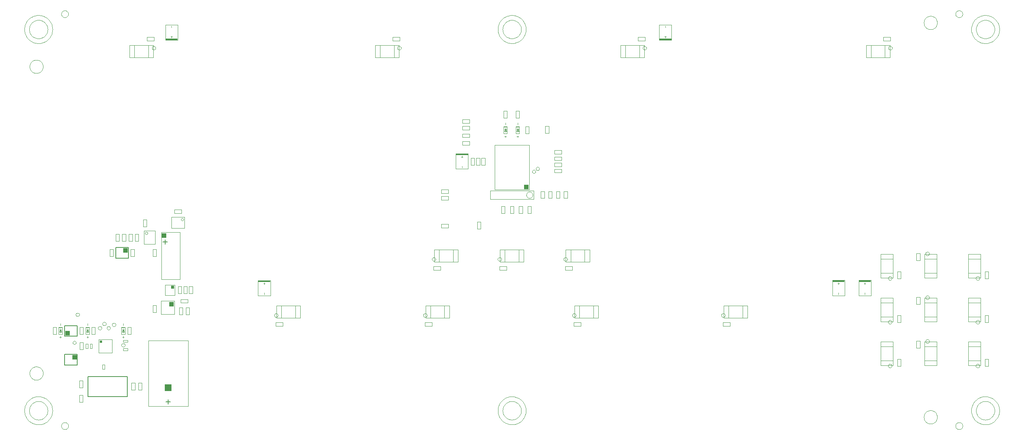
<source format=gm1>
G04*
G04 #@! TF.GenerationSoftware,Altium Limited,Altium Designer,24.5.1 (21)*
G04*
G04 Layer_Color=12566272*
%FSLAX25Y25*%
%MOIN*%
G70*
G04*
G04 #@! TF.SameCoordinates,89CE71C2-79D1-448F-8852-A8AA6FA4BD66*
G04*
G04*
G04 #@! TF.FilePolarity,Positive*
G04*
G01*
G75*
%ADD10C,0.00787*%
%ADD14C,0.00394*%
%ADD15C,0.00500*%
%ADD128C,0.00500*%
%ADD129C,0.00197*%
%ADD130R,0.03150X0.00827*%
%ADD131R,0.01968X0.01968*%
%ADD132R,0.03937X0.03937*%
%ADD133R,0.06299X0.06299*%
%ADD134R,0.03937X0.03937*%
%ADD135R,0.03937X0.03937*%
%ADD136R,0.02953X0.02953*%
%ADD137R,0.03937X0.03937*%
%ADD138R,0.11024X0.01575*%
D10*
X106380Y162609D02*
Y172058D01*
X94963Y162609D02*
X106380D01*
X94963D02*
Y172058D01*
X106380D01*
X49016Y92520D02*
X60433D01*
Y101969D01*
X49016D02*
X60433D01*
X49016Y92520D02*
Y101969D01*
Y75984D02*
X60433D01*
X49016Y66535D02*
Y75984D01*
Y66535D02*
X60433D01*
Y75984D01*
X142126Y31496D02*
Y35433D01*
X140157Y33465D02*
X144095D01*
X137402Y177069D02*
X141339D01*
X139370Y175101D02*
Y179038D01*
D14*
X469391Y219291D02*
X469219Y220268D01*
X468723Y221127D01*
X467963Y221765D01*
X467031Y222104D01*
X466040D01*
X465107Y221765D01*
X464348Y221127D01*
X463852Y220268D01*
X463679Y219291D01*
X463852Y218315D01*
X464348Y217456D01*
X465107Y216818D01*
X466040Y216479D01*
X467031D01*
X467963Y216818D01*
X468723Y217456D01*
X469219Y218315D01*
X469391Y219291D01*
X240670Y111221D02*
X240401Y112136D01*
X239680Y112761D01*
X238735Y112897D01*
X237867Y112500D01*
X237352Y111698D01*
Y110743D01*
X237867Y109941D01*
X238735Y109544D01*
X239680Y109680D01*
X240401Y110305D01*
X240670Y111221D01*
X374528D02*
X374259Y112136D01*
X373538Y112761D01*
X372594Y112897D01*
X371726Y112500D01*
X371210Y111698D01*
Y110743D01*
X371726Y109941D01*
X372594Y109544D01*
X373538Y109680D01*
X374259Y110305D01*
X374528Y111221D01*
X382402Y161614D02*
X382133Y162530D01*
X381412Y163154D01*
X380468Y163290D01*
X379600Y162894D01*
X379084Y162091D01*
Y161137D01*
X379600Y160334D01*
X380468Y159938D01*
X381412Y160074D01*
X382133Y160699D01*
X382402Y161614D01*
X441457D02*
X441188Y162530D01*
X440467Y163154D01*
X439523Y163290D01*
X438655Y162894D01*
X438139Y162091D01*
Y161137D01*
X438655Y160334D01*
X439523Y159938D01*
X440467Y160074D01*
X441188Y160699D01*
X441457Y161614D01*
X500512D02*
X500244Y162530D01*
X499522Y163154D01*
X498578Y163290D01*
X497710Y162894D01*
X497194Y162091D01*
Y161137D01*
X497710Y160334D01*
X498578Y159938D01*
X499522Y160074D01*
X500244Y160699D01*
X500512Y161614D01*
X508386Y111221D02*
X508117Y112136D01*
X507396Y112761D01*
X506452Y112897D01*
X505584Y112500D01*
X505068Y111698D01*
Y110743D01*
X505584Y109941D01*
X506452Y109544D01*
X507396Y109680D01*
X508117Y110305D01*
X508386Y111221D01*
X642244D02*
X641976Y112136D01*
X641255Y112761D01*
X640310Y112897D01*
X639442Y112500D01*
X638926Y111698D01*
Y110743D01*
X639442Y109941D01*
X640310Y109544D01*
X641255Y109680D01*
X641976Y110305D01*
X642244Y111221D01*
X792048Y65748D02*
X791779Y66663D01*
X791058Y67288D01*
X790113Y67424D01*
X789245Y67028D01*
X788730Y66225D01*
Y65271D01*
X789245Y64468D01*
X790113Y64072D01*
X791058Y64208D01*
X791779Y64833D01*
X792048Y65748D01*
Y105118D02*
X791779Y106034D01*
X791058Y106658D01*
X790113Y106794D01*
X789245Y106398D01*
X788730Y105595D01*
Y104641D01*
X789245Y103838D01*
X790113Y103442D01*
X791058Y103578D01*
X791779Y104203D01*
X792048Y105118D01*
Y144488D02*
X791779Y145404D01*
X791058Y146028D01*
X790113Y146164D01*
X789245Y145768D01*
X788730Y144965D01*
Y144011D01*
X789245Y143208D01*
X790113Y142812D01*
X791058Y142948D01*
X791779Y143573D01*
X792048Y144488D01*
X825512Y166535D02*
X825243Y167451D01*
X824522Y168076D01*
X823578Y168212D01*
X822710Y167815D01*
X822194Y167013D01*
Y166058D01*
X822710Y165256D01*
X823578Y164859D01*
X824522Y164995D01*
X825243Y165620D01*
X825512Y166535D01*
Y127165D02*
X825243Y128081D01*
X824522Y128706D01*
X823578Y128841D01*
X822710Y128445D01*
X822194Y127642D01*
Y126688D01*
X822710Y125886D01*
X823578Y125489D01*
X824522Y125625D01*
X825243Y126250D01*
X825512Y127165D01*
Y87795D02*
X825243Y88711D01*
X824522Y89336D01*
X823578Y89471D01*
X822710Y89075D01*
X822194Y88272D01*
Y87318D01*
X822710Y86515D01*
X823578Y86119D01*
X824522Y86255D01*
X825243Y86880D01*
X825512Y87795D01*
X870788Y65748D02*
X870519Y66663D01*
X869798Y67288D01*
X868853Y67424D01*
X867986Y67028D01*
X867470Y66225D01*
Y65271D01*
X867986Y64468D01*
X868853Y64072D01*
X869798Y64208D01*
X870519Y64833D01*
X870788Y65748D01*
Y105118D02*
X870519Y106034D01*
X869798Y106658D01*
X868853Y106794D01*
X867986Y106398D01*
X867470Y105595D01*
Y104641D01*
X867986Y103838D01*
X868853Y103442D01*
X869798Y103578D01*
X870519Y104203D01*
X870788Y105118D01*
Y144488D02*
X870519Y145404D01*
X869798Y146028D01*
X868853Y146164D01*
X867986Y145768D01*
X867470Y144965D01*
Y144011D01*
X867986Y143208D01*
X868853Y142812D01*
X869798Y142948D01*
X870519Y143573D01*
X870788Y144488D01*
X792244Y351378D02*
X791976Y352293D01*
X791255Y352918D01*
X790310Y353054D01*
X789442Y352658D01*
X788926Y351855D01*
Y350901D01*
X789442Y350098D01*
X790310Y349702D01*
X791255Y349838D01*
X791976Y350462D01*
X792244Y351378D01*
X571772Y351378D02*
X571503Y352293D01*
X570782Y352918D01*
X569838Y353054D01*
X568970Y352658D01*
X568454Y351855D01*
Y350901D01*
X568970Y350098D01*
X569838Y349702D01*
X570782Y349838D01*
X571503Y350463D01*
X571772Y351378D01*
X351300D02*
X351031Y352293D01*
X350310Y352918D01*
X349365Y353054D01*
X348497Y352658D01*
X347982Y351855D01*
Y350901D01*
X348497Y350098D01*
X349365Y349702D01*
X350310Y349838D01*
X351031Y350463D01*
X351300Y351378D01*
X130827D02*
X130558Y352293D01*
X129837Y352918D01*
X128893Y353054D01*
X128025Y352658D01*
X127509Y351855D01*
Y350901D01*
X128025Y350098D01*
X128893Y349702D01*
X129837Y349838D01*
X130558Y350463D01*
X130827Y351378D01*
X155906Y197342D02*
X155461Y198265D01*
X154462Y198493D01*
X153661Y197854D01*
Y196829D01*
X154462Y196191D01*
X155461Y196418D01*
X155906Y197342D01*
X123622Y185039D02*
X123178Y185963D01*
X122178Y186191D01*
X121377Y185552D01*
Y184527D01*
X122178Y183888D01*
X123178Y184116D01*
X123622Y185039D01*
X68701Y98228D02*
X70669D01*
X68701Y96260D02*
X69685Y98228D01*
X70669Y96260D01*
X69685Y95473D02*
Y99016D01*
X68898Y91535D02*
X70472D01*
X69685Y90748D02*
Y92323D01*
Y102165D02*
Y103740D01*
X68701Y96260D02*
X70669D01*
X68111Y100433D02*
X71260D01*
Y94055D02*
Y100433D01*
X68111Y94055D02*
X71260D01*
X68111D02*
Y100433D01*
X431299Y223031D02*
X470276D01*
Y215551D02*
Y223031D01*
X431299Y215551D02*
X470276D01*
X431299D02*
Y223031D01*
X260669Y108661D02*
Y119685D01*
X239331Y108661D02*
Y119685D01*
X260669Y119685D01*
X239331Y108661D02*
X260669D01*
X256299D02*
Y119685D01*
X243701Y108661D02*
Y119685D01*
X394528Y108661D02*
Y119685D01*
X373189Y108661D02*
Y119685D01*
X394528Y119685D01*
X373189Y108661D02*
X394528D01*
X390158D02*
Y119685D01*
X377559Y108661D02*
Y119685D01*
X402402Y159055D02*
Y170079D01*
X381063Y159055D02*
Y170078D01*
X402402Y170079D01*
X381063Y159055D02*
X402402D01*
X398031D02*
Y170079D01*
X385433Y159055D02*
Y170079D01*
X461457Y159055D02*
Y170079D01*
X440118Y159055D02*
Y170078D01*
X461457Y170079D01*
X440118Y159055D02*
X461457D01*
X457087D02*
Y170079D01*
X444488Y159055D02*
Y170079D01*
X520512Y159055D02*
Y170079D01*
X499173Y159055D02*
Y170078D01*
X520512Y170079D01*
X499173Y159055D02*
X520512D01*
X516142D02*
Y170079D01*
X503543Y159055D02*
Y170079D01*
X528386Y108661D02*
Y119685D01*
X507047Y108661D02*
Y119685D01*
X528386Y119685D01*
X507047Y108661D02*
X528386D01*
X524016D02*
Y119685D01*
X511417Y108661D02*
Y119685D01*
X662244Y108661D02*
Y119685D01*
X640906Y108661D02*
Y119685D01*
X662244Y119685D01*
X640906Y108661D02*
X662244D01*
X657874D02*
Y119685D01*
X645276Y108661D02*
Y119685D01*
X781890Y87441D02*
X792913D01*
X781890Y66102D02*
X792913D01*
X781890Y87441D02*
X781890Y66102D01*
X792913D02*
Y87441D01*
X781890Y83071D02*
X792913D01*
X781890Y70473D02*
X792913D01*
X781890Y126811D02*
X792913D01*
X781890Y105473D02*
X792913D01*
X781890Y126811D02*
X781890Y105473D01*
X792913D02*
Y126811D01*
X781890Y122441D02*
X792913D01*
X781890Y109843D02*
X792913D01*
X781890Y166181D02*
X792913D01*
X781890Y144843D02*
X792913D01*
X781890Y166181D02*
X781890Y144843D01*
X792913D02*
Y166181D01*
X781890Y161811D02*
X792913D01*
X781890Y149213D02*
X792913D01*
X821260Y144843D02*
X832283D01*
X821260Y166181D02*
X832283D01*
X832283Y144843D01*
X821260D02*
Y166181D01*
Y149213D02*
X832283D01*
X821260Y161811D02*
X832283D01*
X821260Y105473D02*
X832283D01*
X821260Y126811D02*
X832283D01*
X832283Y105473D01*
X821260D02*
Y126811D01*
Y109843D02*
X832283D01*
X821260Y122441D02*
X832283D01*
X821260Y66102D02*
X832283D01*
X821260Y87441D02*
X832283D01*
X832283Y66102D01*
X821260D02*
Y87441D01*
Y70473D02*
X832283D01*
X821260Y83071D02*
X832283D01*
X860630Y87441D02*
X871654D01*
X860630Y66102D02*
X871654D01*
X860630Y87441D02*
X860630Y66102D01*
X871654D02*
Y87441D01*
X860630Y83071D02*
X871654D01*
X860630Y70473D02*
X871654D01*
X860630Y126811D02*
X871654D01*
X860630Y105473D02*
X871654D01*
X860630Y126811D02*
X860630Y105473D01*
X871654D02*
Y126811D01*
X860630Y122441D02*
X871654D01*
X860630Y109843D02*
X871654D01*
X860630Y166181D02*
X871654D01*
X860630Y144843D02*
X871654D01*
X860630Y166181D02*
X860630Y144843D01*
X871654D02*
Y166181D01*
X860630Y161811D02*
X871654D01*
X860630Y149213D02*
X871654D01*
X768858Y342913D02*
Y353937D01*
X790197Y342914D02*
Y353937D01*
X768858Y342913D02*
X790197Y342914D01*
X768858Y353937D02*
X790197D01*
X773228Y342913D02*
Y353937D01*
X785827Y342913D02*
Y353937D01*
X548386Y342913D02*
Y353937D01*
X569724Y342914D02*
Y353937D01*
X548386Y342913D02*
X569724Y342914D01*
X548386Y353937D02*
X569724D01*
X552756Y342913D02*
Y353937D01*
X565354Y342913D02*
Y353937D01*
X327913Y342913D02*
Y353937D01*
X349252Y342914D02*
Y353937D01*
X327913Y342913D02*
X349252Y342914D01*
X327913Y353937D02*
X349252D01*
X332283Y342913D02*
Y353937D01*
X344882Y342913D02*
Y353937D01*
X107441Y342913D02*
Y353937D01*
X128779Y342914D02*
Y353937D01*
X107441Y342913D02*
X128779Y342914D01*
X107441Y353937D02*
X128779D01*
X111811Y342913D02*
Y353937D01*
X124409Y342913D02*
Y353937D01*
X79530Y77476D02*
X91535D01*
Y89453D01*
X79530D02*
X91535D01*
X79530Y77476D02*
Y89453D01*
X144882Y199448D02*
X156693D01*
Y189605D02*
Y199448D01*
X144882Y189605D02*
X156693D01*
X144882D02*
Y199448D01*
X159843Y29528D02*
Y88583D01*
X124409Y29528D02*
Y88583D01*
X159843D01*
X124409Y29528D02*
X159843D01*
X135861Y143405D02*
X152756D01*
X135861D02*
Y185925D01*
X152756D01*
Y143405D02*
Y185925D01*
X435386Y224016D02*
Y264173D01*
Y224016D02*
X466188D01*
Y264173D01*
X435386D02*
X466188D01*
X139370Y138583D02*
X139370Y129134D01*
X148031D01*
Y138583D01*
X139370D02*
X148031D01*
X44291Y98228D02*
X46260D01*
X44291Y96260D02*
X45276Y98228D01*
X46260Y96260D01*
X45276Y95473D02*
Y99016D01*
X44488Y91535D02*
X46063D01*
X45276Y90748D02*
Y92323D01*
Y102165D02*
Y103740D01*
X44291Y96260D02*
X46260D01*
X43701Y100433D02*
X46850D01*
Y94055D02*
Y100433D01*
X43701Y94055D02*
X46850D01*
X43701D02*
Y100433D01*
X100099Y94055D02*
Y100433D01*
Y94055D02*
X103248D01*
Y100433D01*
X100099D02*
X103248D01*
X100689Y96260D02*
X102657D01*
X101673Y102165D02*
Y103740D01*
Y90748D02*
Y92323D01*
X100886Y91535D02*
X102461D01*
X101673Y95473D02*
Y99016D01*
Y98228D02*
X102657Y96260D01*
X100689D02*
X101673Y98228D01*
X100689D02*
X102657D01*
X454921Y278543D02*
X456890D01*
X454921Y276575D02*
X455905Y278543D01*
X456890Y276575D01*
X455905Y275787D02*
Y279331D01*
X455118Y271850D02*
X456693D01*
X455905Y271063D02*
Y272638D01*
Y282480D02*
Y284055D01*
X454921Y276575D02*
X456890D01*
X454331Y280748D02*
X457480D01*
Y274370D02*
Y280748D01*
X454331Y274370D02*
X457480D01*
X454331D02*
Y280748D01*
X443307Y274370D02*
Y280748D01*
Y274370D02*
X446457D01*
Y280748D01*
X443307D02*
X446457D01*
X443898Y276575D02*
X445866D01*
X444882Y282480D02*
Y284055D01*
Y271063D02*
Y272638D01*
X444095Y271850D02*
X445669D01*
X444882Y275787D02*
Y279331D01*
Y278543D02*
X445866Y276575D01*
X443898D02*
X444882Y278543D01*
X443898D02*
X445866D01*
X120335Y175196D02*
Y187008D01*
X130178D01*
Y175196D02*
Y187008D01*
X120335Y175196D02*
X130178D01*
X147638Y112205D02*
Y124016D01*
X135827Y112205D02*
X147638D01*
X135827D02*
Y124016D01*
X147638D01*
X767717Y129921D02*
Y131496D01*
X766929Y139764D02*
X768504D01*
X767717Y138976D02*
Y140551D01*
X762205Y128937D02*
X773228D01*
Y142717D01*
X762205D02*
X773228D01*
X762205Y128937D02*
Y142717D01*
X744095Y129921D02*
Y131496D01*
X743307Y139764D02*
X744882D01*
X744095Y138976D02*
Y140551D01*
X738583Y128937D02*
X749606D01*
Y142717D01*
X738583D02*
X749606D01*
X738583Y128937D02*
Y142717D01*
X228346Y129803D02*
Y131378D01*
X227559Y139646D02*
X229134D01*
X228346Y138858D02*
Y140433D01*
X222835Y128819D02*
X233858D01*
Y142598D01*
X222835D02*
X233858D01*
X222835Y128819D02*
Y142598D01*
X588583Y369685D02*
Y371260D01*
X587795Y361417D02*
X589370D01*
X588583Y360630D02*
Y362205D01*
X583071Y372244D02*
X594095D01*
X583071Y358465D02*
Y372244D01*
Y358465D02*
X594095D01*
Y372244D01*
X145067Y369685D02*
Y371260D01*
X144280Y361417D02*
X145854D01*
X145067Y360630D02*
Y362205D01*
X139556Y372244D02*
X150579D01*
X139556Y358465D02*
Y372244D01*
Y358465D02*
X150579D01*
Y372244D01*
X405905Y243701D02*
Y245276D01*
X405118Y253543D02*
X406693D01*
X405905Y252756D02*
Y254331D01*
X400394Y242717D02*
X411417D01*
Y256496D01*
X400394D02*
X411417D01*
X400394Y242717D02*
Y256496D01*
D15*
X105197Y38091D02*
Y56004D01*
X70000Y38091D02*
Y56004D01*
X105197D01*
X70000Y38091D02*
X105197D01*
D128*
X100827Y42717D02*
D03*
D129*
X103323Y84449D02*
X103022Y85374D01*
X102235Y85947D01*
X101261D01*
X100474Y85374D01*
X100173Y84449D01*
X100474Y83523D01*
X101261Y82951D01*
X102235D01*
X103022Y83523D01*
X103323Y84449D01*
X62205Y111811D02*
X61904Y112737D01*
X61117Y113309D01*
X60143D01*
X59356Y112737D01*
X59055Y111811D01*
X59356Y110885D01*
X60143Y110313D01*
X61117D01*
X61904Y110885D01*
X62205Y111811D01*
X59449Y86614D02*
X59148Y87540D01*
X58361Y88112D01*
X57387D01*
X56600Y87540D01*
X56299Y86614D01*
X56600Y85689D01*
X57387Y85116D01*
X58361D01*
X59148Y85689D01*
X59449Y86614D01*
X90091Y99804D02*
X89790Y100730D01*
X89003Y101302D01*
X88029D01*
X87242Y100730D01*
X86941Y99804D01*
X87242Y98878D01*
X88029Y98306D01*
X89003D01*
X89790Y98878D01*
X90091Y99804D01*
X86221Y103543D02*
X85920Y104469D01*
X85132Y105041D01*
X84159D01*
X83372Y104469D01*
X83071Y103543D01*
X83372Y102618D01*
X84159Y102046D01*
X85132D01*
X85920Y102618D01*
X86221Y103543D01*
X82284Y99803D02*
X81983Y100729D01*
X81195Y101301D01*
X80222D01*
X79435Y100729D01*
X79134Y99803D01*
X79435Y98878D01*
X80222Y98305D01*
X81195D01*
X81983Y98878D01*
X82284Y99803D01*
X94882Y102756D02*
X94581Y103682D01*
X93794Y104254D01*
X92821D01*
X92033Y103682D01*
X91732Y102756D01*
X92033Y101830D01*
X92821Y101258D01*
X93794D01*
X94581Y101830D01*
X94882Y102756D01*
X475376Y242815D02*
X475075Y243741D01*
X474287Y244313D01*
X473314D01*
X472527Y243741D01*
X472226Y242815D01*
X472527Y241889D01*
X473314Y241317D01*
X474287D01*
X475075Y241889D01*
X475376Y242815D01*
X472047Y240256D02*
X471746Y241182D01*
X470959Y241754D01*
X469986D01*
X469198Y241182D01*
X468898Y240256D01*
X469198Y239330D01*
X469986Y238758D01*
X470959D01*
X471746Y239330D01*
X472047Y240256D01*
X855512Y381890D02*
X855358Y382863D01*
X854910Y383741D01*
X854214Y384438D01*
X853335Y384885D01*
X852362Y385039D01*
X851389Y384885D01*
X850511Y384438D01*
X849814Y383741D01*
X849367Y382863D01*
X849213Y381890D01*
X849367Y380917D01*
X849814Y380038D01*
X850511Y379342D01*
X851389Y378894D01*
X852362Y378740D01*
X853335Y378894D01*
X854214Y379342D01*
X854910Y380038D01*
X855358Y380917D01*
X855512Y381890D01*
Y11811D02*
X855358Y12784D01*
X854910Y13662D01*
X854214Y14359D01*
X853335Y14807D01*
X852362Y14961D01*
X851389Y14807D01*
X850511Y14359D01*
X849814Y13662D01*
X849367Y12784D01*
X849213Y11811D01*
X849367Y10838D01*
X849814Y9960D01*
X850511Y9263D01*
X851389Y8816D01*
X852362Y8661D01*
X853335Y8816D01*
X854214Y9263D01*
X854910Y9960D01*
X855358Y10838D01*
X855512Y11811D01*
X52362D02*
X52208Y12784D01*
X51761Y13662D01*
X51064Y14359D01*
X50186Y14807D01*
X49213Y14961D01*
X48239Y14807D01*
X47361Y14359D01*
X46665Y13662D01*
X46217Y12784D01*
X46063Y11811D01*
X46217Y10838D01*
X46665Y9960D01*
X47361Y9263D01*
X48239Y8816D01*
X49213Y8661D01*
X50186Y8816D01*
X51064Y9263D01*
X51761Y9960D01*
X52208Y10838D01*
X52362Y11811D01*
Y381890D02*
X52208Y382863D01*
X51761Y383741D01*
X51064Y384438D01*
X50186Y384885D01*
X49213Y385039D01*
X48239Y384885D01*
X47361Y384438D01*
X46665Y383741D01*
X46217Y382863D01*
X46063Y381890D01*
X46217Y380917D01*
X46665Y380038D01*
X47361Y379342D01*
X48239Y378894D01*
X49213Y378740D01*
X50186Y378894D01*
X51064Y379342D01*
X51761Y380038D01*
X52208Y380917D01*
X52362Y381890D01*
X38189Y368110D02*
X38149Y369111D01*
X38030Y370106D01*
X37832Y371088D01*
X37557Y372051D01*
X37206Y372989D01*
X36781Y373897D01*
X36286Y374767D01*
X35724Y375596D01*
X35097Y376378D01*
X34410Y377107D01*
X33667Y377779D01*
X32874Y378390D01*
X32034Y378936D01*
X31153Y379414D01*
X30238Y379820D01*
X29293Y380153D01*
X28324Y380409D01*
X27338Y380587D01*
X26342Y380686D01*
X25340Y380706D01*
X24340Y380646D01*
X23348Y380507D01*
X22370Y380290D01*
X21413Y379996D01*
X20482Y379626D01*
X19583Y379184D01*
X18722Y378672D01*
X17905Y378093D01*
X17136Y377450D01*
X16420Y376749D01*
X15763Y375993D01*
X15168Y375187D01*
X14638Y374337D01*
X14178Y373447D01*
X13790Y372524D01*
X13477Y371572D01*
X13240Y370599D01*
X13082Y369610D01*
X13002Y368611D01*
Y367609D01*
X13082Y366611D01*
X13240Y365622D01*
X13477Y364648D01*
X13790Y363697D01*
X14178Y362773D01*
X14638Y361883D01*
X15168Y361033D01*
X15763Y360227D01*
X16420Y359471D01*
X17136Y358770D01*
X17905Y358128D01*
X18722Y357549D01*
X19583Y357036D01*
X20482Y356594D01*
X21413Y356225D01*
X22370Y355930D01*
X23348Y355713D01*
X24340Y355574D01*
X25340Y355514D01*
X26342Y355534D01*
X27338Y355634D01*
X28324Y355812D01*
X29293Y356068D01*
X30238Y356400D01*
X31153Y356806D01*
X32034Y357284D01*
X32874Y357830D01*
X33667Y358441D01*
X34410Y359114D01*
X35097Y359843D01*
X35724Y360624D01*
X36286Y361453D01*
X36781Y362324D01*
X37206Y363231D01*
X37557Y364170D01*
X37832Y365133D01*
X38030Y366115D01*
X38149Y367109D01*
X38189Y368110D01*
X33898D02*
X33837Y369111D01*
X33656Y370098D01*
X33358Y371056D01*
X32946Y371971D01*
X32427Y372829D01*
X31809Y373619D01*
X31099Y374328D01*
X30310Y374947D01*
X29451Y375466D01*
X28536Y375877D01*
X27579Y376176D01*
X26592Y376357D01*
X25591Y376417D01*
X24589Y376357D01*
X23603Y376176D01*
X22645Y375877D01*
X21730Y375466D01*
X20872Y374947D01*
X20082Y374328D01*
X19373Y373619D01*
X18754Y372829D01*
X18235Y371971D01*
X17823Y371056D01*
X17525Y370098D01*
X17344Y369111D01*
X17284Y368110D01*
X17344Y367109D01*
X17525Y366122D01*
X17823Y365164D01*
X18235Y364250D01*
X18754Y363391D01*
X19373Y362602D01*
X20082Y361892D01*
X20872Y361274D01*
X21730Y360755D01*
X22645Y360343D01*
X23603Y360045D01*
X24589Y359864D01*
X25591Y359803D01*
X26592Y359864D01*
X27579Y360045D01*
X28536Y360343D01*
X29451Y360755D01*
X30310Y361274D01*
X31099Y361892D01*
X31809Y362602D01*
X32427Y363391D01*
X32946Y364250D01*
X33358Y365164D01*
X33656Y366122D01*
X33837Y367109D01*
X33898Y368110D01*
X463386Y368110D02*
X463346Y369111D01*
X463227Y370106D01*
X463029Y371088D01*
X462754Y372051D01*
X462403Y372989D01*
X461978Y373897D01*
X461483Y374767D01*
X460920Y375596D01*
X460294Y376378D01*
X459607Y377107D01*
X458864Y377779D01*
X458070Y378390D01*
X457231Y378936D01*
X456350Y379414D01*
X455435Y379820D01*
X454490Y380153D01*
X453521Y380409D01*
X452535Y380587D01*
X451539Y380686D01*
X450537Y380706D01*
X449537Y380646D01*
X448545Y380507D01*
X447567Y380290D01*
X446609Y379996D01*
X445678Y379626D01*
X444780Y379184D01*
X443919Y378672D01*
X443101Y378093D01*
X442333Y377450D01*
X441617Y376749D01*
X440960Y375993D01*
X440365Y375187D01*
X439835Y374337D01*
X439375Y373447D01*
X438987Y372524D01*
X438674Y371572D01*
X438437Y370599D01*
X438278Y369610D01*
X438199Y368611D01*
Y367609D01*
X438278Y366611D01*
X438437Y365622D01*
X438674Y364648D01*
X438987Y363697D01*
X439375Y362773D01*
X439835Y361883D01*
X440365Y361033D01*
X440960Y360227D01*
X441617Y359471D01*
X442333Y358770D01*
X443101Y358128D01*
X443919Y357549D01*
X444780Y357036D01*
X445678Y356594D01*
X446609Y356225D01*
X447567Y355930D01*
X448545Y355713D01*
X449537Y355574D01*
X450537Y355514D01*
X451539Y355534D01*
X452535Y355634D01*
X453521Y355812D01*
X454490Y356068D01*
X455435Y356400D01*
X456350Y356806D01*
X457231Y357284D01*
X458071Y357830D01*
X458864Y358441D01*
X459607Y359114D01*
X460294Y359843D01*
X460921Y360624D01*
X461483Y361453D01*
X461978Y362324D01*
X462403Y363231D01*
X462754Y364170D01*
X463029Y365133D01*
X463227Y366115D01*
X463346Y367109D01*
X463386Y368110D01*
X459094D02*
X459034Y369111D01*
X458853Y370098D01*
X458555Y371056D01*
X458143Y371971D01*
X457624Y372829D01*
X457005Y373619D01*
X456296Y374328D01*
X455506Y374947D01*
X454648Y375466D01*
X453733Y375877D01*
X452775Y376176D01*
X451789Y376357D01*
X450787Y376417D01*
X449786Y376357D01*
X448799Y376176D01*
X447842Y375877D01*
X446927Y375466D01*
X446068Y374947D01*
X445279Y374328D01*
X444569Y373619D01*
X443951Y372829D01*
X443432Y371971D01*
X443020Y371056D01*
X442722Y370098D01*
X442541Y369111D01*
X442480Y368110D01*
X442541Y367109D01*
X442722Y366122D01*
X443020Y365164D01*
X443432Y364250D01*
X443951Y363391D01*
X444569Y362602D01*
X445279Y361892D01*
X446068Y361274D01*
X446927Y360755D01*
X447842Y360343D01*
X448799Y360045D01*
X449786Y359864D01*
X450787Y359803D01*
X451789Y359864D01*
X452775Y360045D01*
X453733Y360343D01*
X454648Y360755D01*
X455506Y361274D01*
X456296Y361892D01*
X457005Y362602D01*
X457624Y363391D01*
X458143Y364250D01*
X458555Y365164D01*
X458853Y366122D01*
X459034Y367109D01*
X459094Y368110D01*
X888583Y25591D02*
X888543Y26592D01*
X888424Y27586D01*
X888226Y28568D01*
X887951Y29531D01*
X887600Y30470D01*
X887175Y31377D01*
X886680Y32248D01*
X886117Y33077D01*
X885491Y33858D01*
X884804Y34587D01*
X884061Y35259D01*
X883267Y35871D01*
X882428Y36417D01*
X881547Y36894D01*
X880631Y37301D01*
X879686Y37633D01*
X878718Y37889D01*
X877732Y38067D01*
X876735Y38167D01*
X875734Y38186D01*
X874734Y38127D01*
X873742Y37988D01*
X872764Y37770D01*
X871806Y37476D01*
X870875Y37107D01*
X869977Y36664D01*
X869116Y36152D01*
X868298Y35573D01*
X867529Y34931D01*
X866814Y34229D01*
X866157Y33474D01*
X865561Y32668D01*
X865032Y31817D01*
X864572Y30928D01*
X864184Y30004D01*
X863871Y29052D01*
X863634Y28079D01*
X863475Y27090D01*
X863396Y26091D01*
Y25090D01*
X863475Y24091D01*
X863634Y23102D01*
X863871Y22129D01*
X864184Y21177D01*
X864572Y20254D01*
X865032Y19364D01*
X865561Y18513D01*
X866157Y17708D01*
X866814Y16952D01*
X867529Y16251D01*
X868298Y15608D01*
X869116Y15029D01*
X869977Y14517D01*
X870875Y14074D01*
X871806Y13705D01*
X872764Y13411D01*
X873742Y13193D01*
X874734Y13054D01*
X875734Y12995D01*
X876735Y13014D01*
X877732Y13114D01*
X878718Y13292D01*
X879686Y13548D01*
X880631Y13881D01*
X881547Y14287D01*
X882428Y14764D01*
X883267Y15311D01*
X884061Y15922D01*
X884804Y16594D01*
X885491Y17323D01*
X886117Y18105D01*
X886680Y18933D01*
X887175Y19804D01*
X887600Y20712D01*
X887951Y21650D01*
X888226Y22613D01*
X888424Y23595D01*
X888543Y24590D01*
X888583Y25591D01*
X884291D02*
X884231Y26592D01*
X884050Y27579D01*
X883751Y28536D01*
X883340Y29451D01*
X882821Y30310D01*
X882202Y31099D01*
X881493Y31809D01*
X880703Y32427D01*
X879845Y32946D01*
X878930Y33358D01*
X877972Y33656D01*
X876986Y33837D01*
X875984Y33898D01*
X874983Y33837D01*
X873996Y33656D01*
X873038Y33358D01*
X872124Y32946D01*
X871265Y32427D01*
X870476Y31809D01*
X869766Y31099D01*
X869148Y30310D01*
X868629Y29451D01*
X868217Y28536D01*
X867918Y27579D01*
X867738Y26592D01*
X867677Y25591D01*
X867738Y24589D01*
X867918Y23603D01*
X868217Y22645D01*
X868629Y21730D01*
X869148Y20872D01*
X869766Y20082D01*
X870476Y19373D01*
X871265Y18754D01*
X872124Y18235D01*
X873038Y17823D01*
X873996Y17525D01*
X874983Y17344D01*
X875984Y17284D01*
X876986Y17344D01*
X877972Y17525D01*
X878930Y17823D01*
X879845Y18235D01*
X880703Y18754D01*
X881493Y19373D01*
X882202Y20082D01*
X882821Y20872D01*
X883340Y21730D01*
X883751Y22645D01*
X884050Y23603D01*
X884231Y24589D01*
X884291Y25591D01*
X888583Y368110D02*
X888543Y369111D01*
X888424Y370106D01*
X888226Y371088D01*
X887951Y372051D01*
X887600Y372989D01*
X887175Y373897D01*
X886680Y374767D01*
X886117Y375596D01*
X885491Y376378D01*
X884804Y377107D01*
X884061Y377779D01*
X883267Y378390D01*
X882428Y378936D01*
X881547Y379414D01*
X880631Y379820D01*
X879686Y380153D01*
X878718Y380409D01*
X877732Y380587D01*
X876735Y380686D01*
X875734Y380706D01*
X874734Y380646D01*
X873742Y380507D01*
X872764Y380290D01*
X871806Y379996D01*
X870875Y379626D01*
X869977Y379184D01*
X869116Y378672D01*
X868298Y378093D01*
X867529Y377450D01*
X866814Y376749D01*
X866157Y375993D01*
X865561Y375187D01*
X865032Y374337D01*
X864572Y373447D01*
X864184Y372524D01*
X863871Y371572D01*
X863634Y370599D01*
X863475Y369610D01*
X863396Y368611D01*
Y367609D01*
X863475Y366611D01*
X863634Y365622D01*
X863871Y364648D01*
X864184Y363697D01*
X864572Y362773D01*
X865032Y361883D01*
X865561Y361033D01*
X866157Y360227D01*
X866814Y359471D01*
X867529Y358770D01*
X868298Y358128D01*
X869116Y357549D01*
X869977Y357036D01*
X870875Y356594D01*
X871806Y356225D01*
X872764Y355930D01*
X873742Y355713D01*
X874734Y355574D01*
X875734Y355514D01*
X876735Y355534D01*
X877732Y355634D01*
X878718Y355812D01*
X879686Y356068D01*
X880631Y356400D01*
X881547Y356806D01*
X882428Y357284D01*
X883267Y357830D01*
X884061Y358441D01*
X884804Y359114D01*
X885491Y359843D01*
X886117Y360624D01*
X886680Y361453D01*
X887175Y362324D01*
X887600Y363231D01*
X887951Y364170D01*
X888226Y365133D01*
X888424Y366115D01*
X888543Y367109D01*
X888583Y368110D01*
X884291D02*
X884231Y369111D01*
X884050Y370098D01*
X883751Y371056D01*
X883340Y371971D01*
X882821Y372829D01*
X882202Y373619D01*
X881493Y374328D01*
X880703Y374947D01*
X879845Y375466D01*
X878930Y375877D01*
X877972Y376176D01*
X876986Y376357D01*
X875984Y376417D01*
X874983Y376357D01*
X873996Y376176D01*
X873038Y375877D01*
X872124Y375466D01*
X871265Y374947D01*
X870476Y374328D01*
X869766Y373619D01*
X869148Y372829D01*
X868629Y371971D01*
X868217Y371056D01*
X867918Y370098D01*
X867738Y369111D01*
X867677Y368110D01*
X867738Y367109D01*
X867918Y366122D01*
X868217Y365164D01*
X868629Y364250D01*
X869148Y363391D01*
X869766Y362602D01*
X870476Y361892D01*
X871265Y361274D01*
X872124Y360755D01*
X873038Y360343D01*
X873996Y360045D01*
X874983Y359864D01*
X875984Y359803D01*
X876986Y359864D01*
X877972Y360045D01*
X878930Y360343D01*
X879845Y360755D01*
X880703Y361274D01*
X881493Y361892D01*
X882202Y362602D01*
X882821Y363391D01*
X883340Y364250D01*
X883751Y365164D01*
X884050Y366122D01*
X884231Y367109D01*
X884291Y368110D01*
X38189Y25591D02*
X38149Y26592D01*
X38030Y27586D01*
X37832Y28568D01*
X37557Y29531D01*
X37206Y30470D01*
X36781Y31377D01*
X36286Y32248D01*
X35724Y33077D01*
X35097Y33858D01*
X34410Y34587D01*
X33667Y35259D01*
X32874Y35871D01*
X32034Y36417D01*
X31153Y36894D01*
X30238Y37301D01*
X29293Y37633D01*
X28324Y37889D01*
X27338Y38067D01*
X26342Y38167D01*
X25340Y38186D01*
X24340Y38127D01*
X23348Y37988D01*
X22370Y37770D01*
X21413Y37476D01*
X20482Y37107D01*
X19583Y36664D01*
X18722Y36152D01*
X17905Y35573D01*
X17136Y34931D01*
X16420Y34229D01*
X15763Y33474D01*
X15168Y32668D01*
X14638Y31817D01*
X14178Y30928D01*
X13790Y30004D01*
X13477Y29052D01*
X13240Y28079D01*
X13082Y27090D01*
X13002Y26091D01*
Y25090D01*
X13082Y24091D01*
X13240Y23102D01*
X13477Y22129D01*
X13790Y21177D01*
X14178Y20254D01*
X14638Y19364D01*
X15168Y18513D01*
X15763Y17708D01*
X16420Y16952D01*
X17136Y16251D01*
X17905Y15608D01*
X18722Y15029D01*
X19583Y14517D01*
X20482Y14074D01*
X21413Y13705D01*
X22370Y13411D01*
X23348Y13193D01*
X24340Y13054D01*
X25340Y12995D01*
X26342Y13014D01*
X27338Y13114D01*
X28324Y13292D01*
X29293Y13548D01*
X30238Y13881D01*
X31153Y14287D01*
X32034Y14764D01*
X32874Y15311D01*
X33667Y15922D01*
X34410Y16594D01*
X35097Y17323D01*
X35724Y18105D01*
X36286Y18933D01*
X36781Y19804D01*
X37206Y20712D01*
X37557Y21650D01*
X37832Y22613D01*
X38030Y23595D01*
X38149Y24590D01*
X38189Y25591D01*
X33898D02*
X33837Y26592D01*
X33656Y27579D01*
X33358Y28536D01*
X32946Y29451D01*
X32427Y30310D01*
X31809Y31099D01*
X31099Y31809D01*
X30310Y32427D01*
X29451Y32946D01*
X28536Y33358D01*
X27579Y33656D01*
X26592Y33837D01*
X25591Y33898D01*
X24589Y33837D01*
X23603Y33656D01*
X22645Y33358D01*
X21730Y32946D01*
X20872Y32427D01*
X20082Y31809D01*
X19373Y31099D01*
X18754Y30310D01*
X18235Y29451D01*
X17823Y28536D01*
X17525Y27579D01*
X17344Y26592D01*
X17284Y25591D01*
X17344Y24589D01*
X17525Y23603D01*
X17823Y22645D01*
X18235Y21730D01*
X18754Y20872D01*
X19373Y20082D01*
X20082Y19373D01*
X20872Y18754D01*
X21730Y18235D01*
X22645Y17823D01*
X23603Y17525D01*
X24589Y17344D01*
X25591Y17284D01*
X26592Y17344D01*
X27579Y17525D01*
X28536Y17823D01*
X29451Y18235D01*
X30310Y18754D01*
X31099Y19373D01*
X31809Y20082D01*
X32427Y20872D01*
X32946Y21730D01*
X33358Y22645D01*
X33656Y23603D01*
X33837Y24589D01*
X33898Y25591D01*
X463386Y25591D02*
X463346Y26592D01*
X463227Y27586D01*
X463029Y28568D01*
X462754Y29531D01*
X462403Y30470D01*
X461978Y31377D01*
X461483Y32248D01*
X460920Y33077D01*
X460294Y33858D01*
X459607Y34587D01*
X458864Y35259D01*
X458070Y35871D01*
X457231Y36417D01*
X456350Y36894D01*
X455435Y37301D01*
X454490Y37633D01*
X453521Y37889D01*
X452535Y38067D01*
X451539Y38167D01*
X450537Y38186D01*
X449537Y38127D01*
X448545Y37988D01*
X447567Y37770D01*
X446609Y37476D01*
X445678Y37107D01*
X444780Y36664D01*
X443919Y36152D01*
X443101Y35573D01*
X442333Y34931D01*
X441617Y34229D01*
X440960Y33474D01*
X440365Y32668D01*
X439835Y31817D01*
X439375Y30928D01*
X438987Y30004D01*
X438674Y29052D01*
X438437Y28079D01*
X438278Y27090D01*
X438199Y26091D01*
Y25090D01*
X438278Y24091D01*
X438437Y23102D01*
X438674Y22129D01*
X438987Y21177D01*
X439375Y20254D01*
X439835Y19364D01*
X440365Y18513D01*
X440960Y17708D01*
X441617Y16952D01*
X442333Y16251D01*
X443101Y15608D01*
X443919Y15029D01*
X444780Y14517D01*
X445678Y14074D01*
X446609Y13705D01*
X447567Y13411D01*
X448545Y13193D01*
X449537Y13054D01*
X450537Y12995D01*
X451539Y13014D01*
X452535Y13114D01*
X453521Y13292D01*
X454490Y13548D01*
X455435Y13881D01*
X456350Y14287D01*
X457231Y14764D01*
X458071Y15311D01*
X458864Y15922D01*
X459607Y16594D01*
X460294Y17323D01*
X460921Y18105D01*
X461483Y18933D01*
X461978Y19804D01*
X462403Y20712D01*
X462754Y21650D01*
X463029Y22613D01*
X463227Y23595D01*
X463346Y24590D01*
X463386Y25591D01*
X459094D02*
X459034Y26592D01*
X458853Y27579D01*
X458555Y28536D01*
X458143Y29451D01*
X457624Y30310D01*
X457005Y31099D01*
X456296Y31809D01*
X455506Y32427D01*
X454648Y32946D01*
X453733Y33358D01*
X452775Y33656D01*
X451789Y33837D01*
X450787Y33898D01*
X449786Y33837D01*
X448799Y33656D01*
X447842Y33358D01*
X446927Y32946D01*
X446068Y32427D01*
X445279Y31809D01*
X444569Y31099D01*
X443951Y30310D01*
X443432Y29451D01*
X443020Y28536D01*
X442722Y27579D01*
X442541Y26592D01*
X442480Y25591D01*
X442541Y24589D01*
X442722Y23603D01*
X443020Y22645D01*
X443432Y21730D01*
X443951Y20872D01*
X444569Y20082D01*
X445279Y19373D01*
X446068Y18754D01*
X446927Y18235D01*
X447842Y17823D01*
X448799Y17525D01*
X449786Y17344D01*
X450787Y17284D01*
X451789Y17344D01*
X452775Y17525D01*
X453733Y17823D01*
X454648Y18235D01*
X455506Y18754D01*
X456296Y19373D01*
X457005Y20082D01*
X457624Y20872D01*
X458143Y21730D01*
X458555Y22645D01*
X458853Y23603D01*
X459034Y24589D01*
X459094Y25591D01*
X29632Y334646D02*
X29550Y335635D01*
X29306Y336597D01*
X28907Y337506D01*
X28364Y338337D01*
X27692Y339067D01*
X26909Y339677D01*
X26036Y340149D01*
X25097Y340471D01*
X24118Y340635D01*
X23126D01*
X22147Y340471D01*
X21208Y340149D01*
X20335Y339677D01*
X19552Y339067D01*
X18880Y338337D01*
X18337Y337506D01*
X17938Y336597D01*
X17694Y335635D01*
X17613Y334646D01*
X17694Y333657D01*
X17938Y332694D01*
X18337Y331785D01*
X18880Y330955D01*
X19552Y330224D01*
X20335Y329615D01*
X21208Y329142D01*
X22147Y328820D01*
X23126Y328657D01*
X24118D01*
X25097Y328820D01*
X26036Y329142D01*
X26909Y329615D01*
X27692Y330224D01*
X28364Y330955D01*
X28907Y331785D01*
X29306Y332694D01*
X29550Y333657D01*
X29632Y334646D01*
X832781Y19685D02*
X832699Y20674D01*
X832456Y21636D01*
X832057Y22545D01*
X831514Y23376D01*
X830842Y24106D01*
X830059Y24716D01*
X829186Y25188D01*
X828247Y25511D01*
X827268Y25674D01*
X826275D01*
X825296Y25511D01*
X824358Y25188D01*
X823485Y24716D01*
X822701Y24106D01*
X822029Y23376D01*
X821486Y22545D01*
X821088Y21636D01*
X820844Y20674D01*
X820762Y19685D01*
X820844Y18696D01*
X821088Y17734D01*
X821486Y16825D01*
X822029Y15994D01*
X822701Y15264D01*
X823485Y14654D01*
X824358Y14182D01*
X825296Y13859D01*
X826275Y13696D01*
X827268D01*
X828247Y13859D01*
X829186Y14182D01*
X830059Y14654D01*
X830842Y15264D01*
X831514Y15994D01*
X832057Y16825D01*
X832456Y17734D01*
X832699Y18696D01*
X832781Y19685D01*
Y374016D02*
X832699Y375005D01*
X832456Y375967D01*
X832057Y376876D01*
X831514Y377707D01*
X830842Y378437D01*
X830059Y379047D01*
X829186Y379519D01*
X828247Y379841D01*
X827268Y380005D01*
X826275D01*
X825296Y379841D01*
X824358Y379519D01*
X823485Y379047D01*
X822701Y378437D01*
X822029Y377707D01*
X821486Y376876D01*
X821088Y375967D01*
X820844Y375005D01*
X820762Y374016D01*
X820844Y373027D01*
X821088Y372064D01*
X821486Y371156D01*
X822029Y370325D01*
X822701Y369594D01*
X823485Y368985D01*
X824358Y368512D01*
X825296Y368190D01*
X826275Y368027D01*
X827268D01*
X828247Y368190D01*
X829186Y368512D01*
X830059Y368985D01*
X830842Y369594D01*
X831514Y370325D01*
X832057Y371156D01*
X832456Y372064D01*
X832699Y373027D01*
X832781Y374016D01*
X29632Y59055D02*
X29550Y60044D01*
X29306Y61006D01*
X28907Y61915D01*
X28364Y62746D01*
X27692Y63477D01*
X26909Y64086D01*
X26036Y64559D01*
X25097Y64881D01*
X24118Y65044D01*
X23126D01*
X22147Y64881D01*
X21208Y64559D01*
X20335Y64086D01*
X19552Y63477D01*
X18880Y62746D01*
X18337Y61915D01*
X17938Y61006D01*
X17694Y60044D01*
X17613Y59055D01*
X17694Y58066D01*
X17938Y57104D01*
X18337Y56195D01*
X18880Y55364D01*
X19552Y54634D01*
X20335Y54024D01*
X21208Y53552D01*
X22147Y53229D01*
X23126Y53066D01*
X24118D01*
X25097Y53229D01*
X26036Y53552D01*
X26909Y54024D01*
X27692Y54634D01*
X28364Y55364D01*
X28907Y56195D01*
X29306Y57104D01*
X29550Y58066D01*
X29632Y59055D01*
X62205Y46063D02*
Y52362D01*
X65355D01*
Y46063D02*
Y52362D01*
X62205Y46063D02*
X65355Y46063D01*
X62205Y33029D02*
Y39358D01*
X65355D01*
Y33029D02*
Y39358D01*
X62205Y33029D02*
X65355Y33029D01*
X112204Y44107D02*
Y50436D01*
X109055Y44107D02*
X112204D01*
X109055D02*
Y50436D01*
X112204Y50436D01*
X115355Y44094D02*
Y50393D01*
X118504D01*
Y44094D02*
Y50393D01*
X115355Y44094D02*
X118504Y44094D01*
X65767Y94095D02*
Y100394D01*
X62617Y94095D02*
X65767D01*
X62617D02*
Y100394D01*
X65767Y100394D01*
X76378Y94095D02*
Y100394D01*
X73228Y94095D02*
X76378D01*
X73228D02*
Y100394D01*
X76378Y100394D01*
X38583Y94094D02*
X41733Y94094D01*
Y100393D01*
X38583D02*
X41733D01*
X38583Y94094D02*
Y100393D01*
X105512Y81437D02*
X105512Y79469D01*
X101575Y81437D02*
X105512D01*
X101575Y79469D02*
Y81437D01*
Y79469D02*
X105512D01*
X105590Y100394D02*
X108740Y100394D01*
X105590Y94095D02*
Y100394D01*
Y94095D02*
X108740D01*
Y100394D01*
X105512Y88976D02*
X105512Y87008D01*
X101575Y88976D02*
X105512D01*
X101575Y87008D02*
Y88976D01*
Y87008D02*
X105512D01*
X441339Y202756D02*
X444488Y202756D01*
Y209055D01*
X441339D02*
X444488D01*
X441339Y202756D02*
Y209055D01*
X406299Y281102D02*
X406299Y277952D01*
X412598D01*
Y281102D01*
X406299D02*
X412598D01*
X154134Y206004D02*
X154134Y202854D01*
X147835Y206004D02*
X154134D01*
X147835Y202854D02*
Y206004D01*
Y202854D02*
X154134D01*
X112284Y177952D02*
X115434Y177952D01*
Y184252D01*
X112284D02*
X115434D01*
X112284Y177952D02*
Y184252D01*
X462992Y274409D02*
X466142Y274409D01*
Y280708D01*
X462992D02*
X466142D01*
X462992Y274409D02*
Y280708D01*
X480708Y281103D02*
X483858Y281103D01*
X480708Y274804D02*
Y281103D01*
Y274804D02*
X483858D01*
Y281103D01*
X406299Y274212D02*
X406299Y271063D01*
X412598D01*
Y274212D01*
X406299D02*
X412598D01*
X495276Y259449D02*
X495276Y256299D01*
X488977Y259449D02*
X495276D01*
X488977Y256299D02*
Y259449D01*
Y256299D02*
X495276D01*
X454331Y288582D02*
X457481Y288582D01*
Y294882D01*
X454331D02*
X457481D01*
X454331Y288582D02*
Y294882D01*
X443307Y288582D02*
X446457Y288582D01*
Y294882D01*
X443307D02*
X446457D01*
X443307Y288582D02*
Y294882D01*
X406299Y267322D02*
X406299Y264173D01*
X412598D01*
Y267322D01*
X406299D02*
X412598D01*
X495276Y253544D02*
X495276Y250394D01*
X488977Y253544D02*
X495276D01*
X488977Y250394D02*
Y253544D01*
Y250394D02*
X495276D01*
X488976Y248031D02*
X488976Y244882D01*
X495275D01*
Y248031D01*
X488976D02*
X495275D01*
X488976Y242519D02*
X488976Y239370D01*
X495275D01*
Y242519D01*
X488976D02*
X495275D01*
X497441Y216338D02*
X500591Y216338D01*
Y222638D01*
X497441D02*
X500591D01*
X497441Y216338D02*
Y222638D01*
X490551Y222638D02*
X493701Y222638D01*
X490551Y216339D02*
Y222638D01*
Y216339D02*
X493701D01*
Y222638D01*
X483661Y222638D02*
X486811Y222638D01*
X483661Y216339D02*
Y222638D01*
Y216339D02*
X486811D01*
Y222638D01*
X476771Y222638D02*
X479921Y222638D01*
X476771Y216339D02*
Y222638D01*
Y216339D02*
X479921D01*
Y222638D01*
X393732Y193111D02*
X393732Y189961D01*
X387433Y193111D02*
X393732D01*
X387433Y189961D02*
Y193111D01*
Y189961D02*
X393732D01*
X419685Y195079D02*
X422834Y195079D01*
X419685Y188780D02*
Y195079D01*
Y188780D02*
X422834D01*
Y195079D01*
X387432Y224015D02*
X387432Y220866D01*
X393731D01*
Y224015D01*
X387432D02*
X393731D01*
X464960Y209055D02*
X468110Y209055D01*
X464960Y202756D02*
Y209055D01*
Y202756D02*
X468110D01*
Y209055D01*
X457086Y209055D02*
X460236Y209055D01*
X457086Y202756D02*
Y209055D01*
Y202756D02*
X460236D01*
Y209055D01*
X62599Y80371D02*
X65748Y80371D01*
Y86700D01*
X62599D02*
X65748D01*
X62599Y80371D02*
Y86700D01*
X100787Y184294D02*
X103937Y184294D01*
X100787Y177965D02*
Y184294D01*
Y177965D02*
X103937D01*
Y184294D01*
X155905Y137050D02*
X159055Y137050D01*
X155905Y130721D02*
Y137050D01*
Y130721D02*
X159055D01*
Y137050D01*
X418701Y246218D02*
X421851Y246218D01*
Y252547D01*
X418701D02*
X421851D01*
X418701Y246218D02*
Y252547D01*
X85039Y62962D02*
Y66899D01*
X83071Y62962D02*
X85039D01*
X83071D02*
Y66899D01*
X85039Y66899D01*
X69882Y81496D02*
Y85433D01*
X67913Y81496D02*
X69882D01*
X67913D02*
Y85433D01*
X69882Y85433D01*
X73819Y81496D02*
Y85433D01*
X71850Y81496D02*
X73819D01*
X71850D02*
Y85433D01*
X73819Y85433D01*
X238738Y104724D02*
X238738Y101575D01*
X245066D01*
Y104724D01*
X238738D02*
X245066D01*
X372596D02*
X372596Y101575D01*
X378925D01*
Y104724D01*
X372596D02*
X378925D01*
X380470Y155118D02*
X380470Y151968D01*
X386799D01*
Y155118D01*
X380470D02*
X386799D01*
X439525D02*
X439525Y151968D01*
X445854D01*
Y155118D01*
X439525D02*
X445854D01*
X498580D02*
X498580Y151968D01*
X504909D01*
Y155118D01*
X498580D02*
X504909D01*
X506454Y104724D02*
X506454Y101575D01*
X512783D01*
Y104724D01*
X506454D02*
X512783D01*
X640312D02*
X640312Y101575D01*
X646641D01*
Y104724D01*
X640312D02*
X646641D01*
X796851Y65509D02*
X800000Y65509D01*
Y71838D01*
X796851D02*
X800000D01*
X796851Y65509D02*
Y71838D01*
Y104879D02*
X800000Y104879D01*
Y111208D01*
X796851D02*
X800000D01*
X796851Y104879D02*
Y111208D01*
Y144249D02*
X800000Y144249D01*
Y150578D01*
X796851D02*
X800000D01*
X796851Y144249D02*
Y150578D01*
X814173Y166774D02*
X817323Y166774D01*
X814173Y160445D02*
Y166774D01*
Y160445D02*
X817323D01*
Y166774D01*
X814173Y127404D02*
X817323Y127404D01*
X814173Y121075D02*
Y127404D01*
Y121075D02*
X817323D01*
Y127404D01*
X814173Y88034D02*
X817323Y88034D01*
X814173Y81705D02*
Y88034D01*
Y81705D02*
X817323D01*
Y88034D01*
X875591Y65509D02*
X878741Y65509D01*
Y71838D01*
X875591D02*
X878741D01*
X875591Y65509D02*
Y71838D01*
Y104879D02*
X878741Y104879D01*
Y111208D01*
X875591D02*
X878741D01*
X875591Y104879D02*
Y111208D01*
Y144249D02*
X878741Y144249D01*
Y150578D01*
X875591D02*
X878741D01*
X875591Y144249D02*
Y150578D01*
X790790Y361024D02*
X790790Y357874D01*
X784461Y361024D02*
X790790D01*
X784461Y357874D02*
Y361024D01*
Y357874D02*
X790790D01*
X570318Y361024D02*
X570318Y357874D01*
X563989Y361024D02*
X570318D01*
X563989Y357874D02*
Y361024D01*
Y357874D02*
X570318D01*
X349845Y361024D02*
X349845Y357874D01*
X343516Y361024D02*
X349845D01*
X343516Y357874D02*
Y361024D01*
Y357874D02*
X349845D01*
X129373Y361024D02*
X129373Y357874D01*
X123044Y361024D02*
X129373D01*
X123044Y357874D02*
Y361024D01*
Y357874D02*
X129373D01*
X406257Y287007D02*
X406257Y283858D01*
X412586D01*
Y287007D01*
X406257D02*
X412586D01*
X89566Y170551D02*
X92715Y170551D01*
X89566Y164222D02*
Y170551D01*
Y164222D02*
X92715D01*
Y170551D01*
X108493Y164167D02*
X111643Y164167D01*
Y170496D01*
X108493D02*
X111643D01*
X108493Y164167D02*
Y170496D01*
X128346Y170515D02*
X131496Y170515D01*
X128346Y164186D02*
Y170515D01*
Y164186D02*
X131496D01*
Y170515D01*
X94882Y177911D02*
X98032Y177911D01*
Y184240D01*
X94882D02*
X98032D01*
X94882Y177911D02*
Y184240D01*
X106693Y177911D02*
X109843Y177911D01*
Y184240D01*
X106693D02*
X109843D01*
X106693Y177911D02*
Y184240D01*
X119685Y190706D02*
X122835Y190706D01*
Y197035D01*
X119685D02*
X122835D01*
X119685Y190706D02*
Y197035D01*
X128347Y113934D02*
X131496Y113934D01*
Y120263D01*
X128347D02*
X131496D01*
X128347Y113934D02*
Y120263D01*
X150985Y130667D02*
X154134Y130667D01*
Y136996D01*
X150985D02*
X154134D01*
X150985Y130667D02*
Y136996D01*
X157874Y111966D02*
X161024Y111966D01*
Y118295D01*
X157874D02*
X161024D01*
X157874Y111966D02*
Y118295D01*
X151969Y111966D02*
X155118Y111966D01*
Y118295D01*
X151969D02*
X155118D01*
X151969Y111966D02*
Y118295D01*
X160826Y137050D02*
X163976Y137050D01*
X160826Y130721D02*
Y137050D01*
Y130721D02*
X163976D01*
Y137050D01*
X153304Y125590D02*
X153304Y122441D01*
X159633D01*
Y125590D01*
X153304D02*
X159633D01*
X413976Y252601D02*
X417126Y252601D01*
X413976Y246272D02*
Y252601D01*
Y246272D02*
X417126D01*
Y252601D01*
X423425Y246218D02*
X426575Y246218D01*
Y252547D01*
X423425D02*
X426575D01*
X423425Y246218D02*
Y252547D01*
X387390Y218110D02*
X387390Y214960D01*
X393719D01*
Y218110D01*
X387390D02*
X393719D01*
X449213Y202714D02*
X452362Y202714D01*
Y209043D01*
X449213D02*
X452362D01*
X449213Y202714D02*
Y209043D01*
D130*
X69685Y100020D02*
D03*
X45275D02*
D03*
X101673D02*
D03*
X455905Y280335D02*
D03*
X444881D02*
D03*
D131*
X81693Y87402D02*
D03*
D132*
X103821Y169488D02*
D03*
X51575Y95090D02*
D03*
X57874Y73414D02*
D03*
D133*
X142126Y46063D02*
D03*
D134*
X138386Y182775D02*
D03*
D135*
X463583Y226378D02*
D03*
D136*
X146161Y136319D02*
D03*
D137*
X145118Y121299D02*
D03*
D138*
X767717Y141929D02*
D03*
X744095Y141930D02*
D03*
X228346Y141811D02*
D03*
X588583Y359252D02*
D03*
X145068D02*
D03*
X405905Y255709D02*
D03*
M02*

</source>
